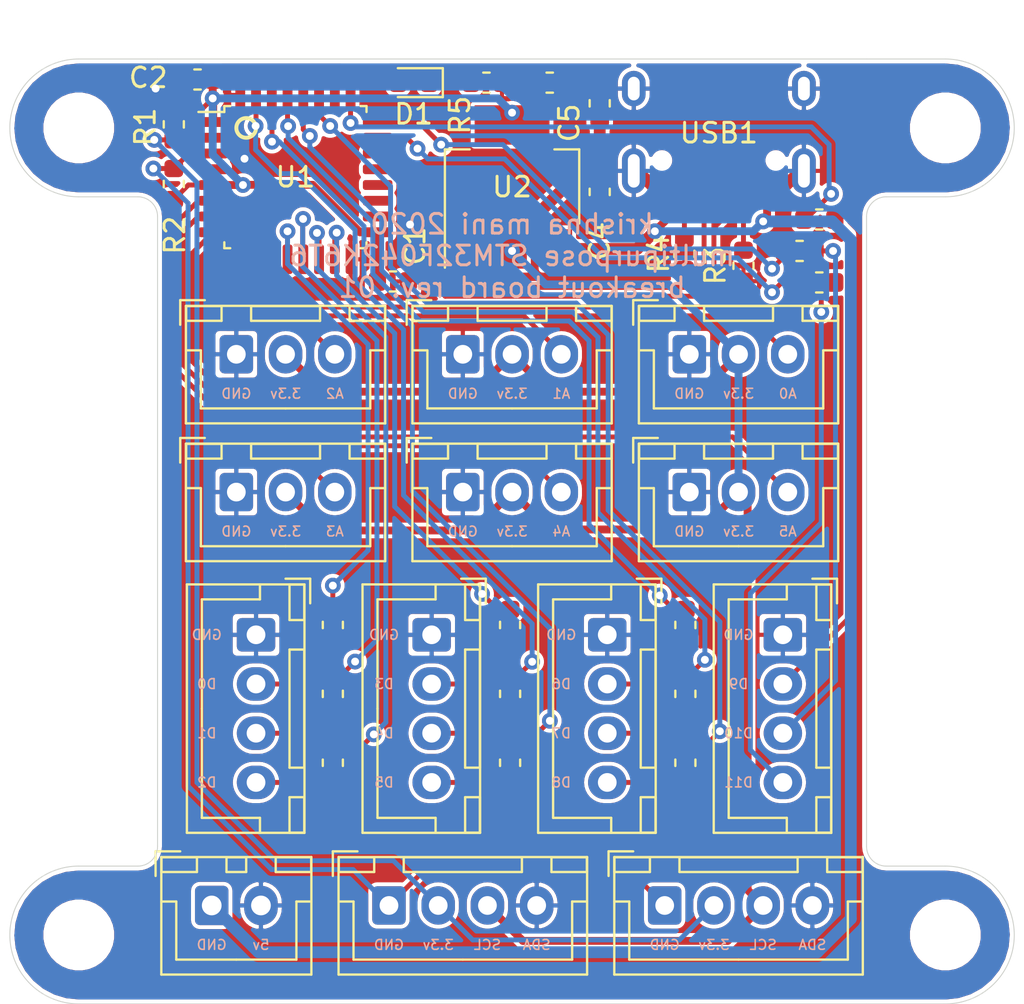
<source format=kicad_pcb>
(kicad_pcb (version 20171130) (host pcbnew 5.1.6)
  (layers (0 F.Cu signal) (31 B.Cu signal) (34 B.Paste user hide) (35 F.Paste user hide) (36 B.SilkS user) (37 F.SilkS user) (38 B.Mask user) (39 F.Mask user hide) (44 Edge.Cuts user))
  (net 0 "")
  (net 1 GND)
  (net 2 +3V3)
  (net 3 /SCL)
  (net 4 /SDA)
  (net 5 /A0)
  (net 6 /A1)
  (net 7 /D0)
  (net 8 /D1)
  (net 9 /D3)
  (net 10 /D4)
  (net 11 /A2)
  (net 12 /A3)
  (net 13 /D5)
  (net 14 /D6)
  (net 15 /D7)
  (net 16 /D2)
  (net 17 "Net-(R3-Pad2)")
  (net 18 "Net-(R4-Pad1)")
  (net 19 /D+)
  (net 20 /D-)
  (net 21 VBUS)
  (net 22 "Net-(D1-Pad2)")
  (net 23 "Net-(D1-Pad1)")
  (net 24 /A4)
  (net 25 /A5)
  (net 26 "Net-(J9-Pad4)")
  (net 27 "Net-(J9-Pad3)")
  (net 28 "Net-(J9-Pad2)")
  (net 29 "Net-(J10-Pad4)")
  (net 30 "Net-(J10-Pad3)")
  (net 31 "Net-(J10-Pad2)")
  (net 32 "Net-(J12-Pad3)")
  (net 33 "Net-(J12-Pad2)")
  (net 34 "Net-(J12-Pad4)")
  (net 35 "Net-(J8-Pad4)")
  (net 36 "Net-(J8-Pad3)")
  (net 37 "Net-(J8-Pad2)")
  (net 38 /D8)
  (net 39 /D9)
  (net 40 /D10)
  (net 41 /D11)
  (module MountingHole:MountingHole_3.2mm_M3 (layer F.Cu) (at 181 119.5)
    (fp_text reference H4 hide)
    (fp_text value MountingHole)
    (pad 1 np_thru_hole circle (at 0 0) (size 3.2 3.2) (drill 3.2) (layers *.Cu *.Mask))
  )
  (module MountingHole:MountingHole_3.2mm_M3 (layer F.Cu) (at 137 119.5)
    (fp_text reference H3 hide)
    (fp_text value MountingHole)
    (pad 1 np_thru_hole circle (at 0 0) (size 3.2 3.2) (drill 3.2) (layers *.Cu *.Mask))
  )
  (module MountingHole:MountingHole_3.2mm_M3 (layer F.Cu) (at 181 78.5)
    (fp_text reference H2 hide)
    (fp_text value MountingHole)
    (pad 1 np_thru_hole circle (at 0 0) (size 3.2 3.2) (drill 3.2) (layers *.Cu *.Mask))
  )
  (module MountingHole:MountingHole_3.2mm_M3 (layer F.Cu) (at 137 78.5)
    (fp_text reference H1 hide)
    (fp_text value MountingHole)
    (pad 1 np_thru_hole circle (at 0 0) (size 3.2 3.2) (drill 3.2) (layers *.Cu *.Mask))
  )
  (module Resistor_SMD:R_0603_1608Metric (layer F.Cu) (at 174.6 86.35)
    (fp_text reference R17 hide)
    (fp_text value 1k)
    (pad 2 smd roundrect (at 0.7875 0) (size 0.875 0.95) (layers F.Cu F.Paste F.Mask) (net 34 "Net-(J12-Pad4)"))
    (pad 1 smd roundrect (at -0.7875 0) (size 0.875 0.95) (layers F.Cu F.Paste F.Mask) (net 41 /D11))
  )
  (module Resistor_SMD:R_0603_1608Metric (layer F.Cu) (at 173.6 84.75)
    (fp_text reference R16 hide)
    (fp_text value 1k)
    (pad 2 smd roundrect (at 0.7875 0) (size 0.875 0.95) (layers F.Cu F.Paste F.Mask) (net 32 "Net-(J12-Pad3)"))
    (pad 1 smd roundrect (at -0.7875 0) (size 0.875 0.95) (layers F.Cu F.Paste F.Mask) (net 40 /D10))
  )
  (module Resistor_SMD:R_0603_1608Metric (layer F.Cu) (at 174.6 83.15)
    (fp_text reference R15 hide)
    (fp_text value 1k)
    (pad 2 smd roundrect (at 0.7875 0) (size 0.875 0.95) (layers F.Cu F.Paste F.Mask) (net 33 "Net-(J12-Pad2)"))
    (pad 1 smd roundrect (at -0.7875 0) (size 0.875 0.95) (layers F.Cu F.Paste F.Mask) (net 39 /D9))
  )
  (module Resistor_SMD:R_0603_1608Metric (layer F.Cu) (at 167.8 110.75 270)
    (fp_text reference R14 hide)
    (fp_text value 1k)
    (pad 2 smd roundrect (at 0.7875 0 270) (size 0.875 0.95) (layers F.Cu F.Paste F.Mask) (net 29 "Net-(J10-Pad4)"))
    (pad 1 smd roundrect (at -0.7875 0 270) (size 0.875 0.95) (layers F.Cu F.Paste F.Mask) (net 38 /D8))
  )
  (module Resistor_SMD:R_0603_1608Metric (layer F.Cu) (at 167.8 107.25 270)
    (fp_text reference R13 hide)
    (fp_text value 1k)
    (pad 2 smd roundrect (at 0.7875 0 270) (size 0.875 0.95) (layers F.Cu F.Paste F.Mask) (net 30 "Net-(J10-Pad3)"))
    (pad 1 smd roundrect (at -0.7875 0 270) (size 0.875 0.95) (layers F.Cu F.Paste F.Mask) (net 15 /D7))
  )
  (module Resistor_SMD:R_0603_1608Metric (layer F.Cu) (at 167.8 103.75 270)
    (fp_text reference R12 hide)
    (fp_text value 1k)
    (pad 2 smd roundrect (at 0.7875 0 270) (size 0.875 0.95) (layers F.Cu F.Paste F.Mask) (net 31 "Net-(J10-Pad2)"))
    (pad 1 smd roundrect (at -0.7875 0 270) (size 0.875 0.95) (layers F.Cu F.Paste F.Mask) (net 14 /D6))
  )
  (module Resistor_SMD:R_0603_1608Metric (layer F.Cu) (at 158.9 110.75 270)
    (fp_text reference R11 hide)
    (fp_text value 1k)
    (pad 2 smd roundrect (at 0.7875 0 270) (size 0.875 0.95) (layers F.Cu F.Paste F.Mask) (net 26 "Net-(J9-Pad4)"))
    (pad 1 smd roundrect (at -0.7875 0 270) (size 0.875 0.95) (layers F.Cu F.Paste F.Mask) (net 13 /D5))
  )
  (module Resistor_SMD:R_0603_1608Metric (layer F.Cu) (at 158.9 107.25 270)
    (fp_text reference R10 hide)
    (fp_text value 1k)
    (pad 2 smd roundrect (at 0.7875 0 270) (size 0.875 0.95) (layers F.Cu F.Paste F.Mask) (net 27 "Net-(J9-Pad3)"))
    (pad 1 smd roundrect (at -0.7875 0 270) (size 0.875 0.95) (layers F.Cu F.Paste F.Mask) (net 10 /D4))
  )
  (module Resistor_SMD:R_0603_1608Metric (layer F.Cu) (at 158.9 103.75 270)
    (fp_text reference R9 hide)
    (fp_text value 1k)
    (pad 2 smd roundrect (at 0.7875 0 270) (size 0.875 0.95) (layers F.Cu F.Paste F.Mask) (net 28 "Net-(J9-Pad2)"))
    (pad 1 smd roundrect (at -0.7875 0 270) (size 0.875 0.95) (layers F.Cu F.Paste F.Mask) (net 9 /D3))
  )
  (module Resistor_SMD:R_0603_1608Metric (layer F.Cu) (at 149.9 110.75 270)
    (fp_text reference R8 hide)
    (fp_text value 1k)
    (pad 2 smd roundrect (at 0.7875 0 270) (size 0.875 0.95) (layers F.Cu F.Paste F.Mask) (net 35 "Net-(J8-Pad4)"))
    (pad 1 smd roundrect (at -0.7875 0 270) (size 0.875 0.95) (layers F.Cu F.Paste F.Mask) (net 16 /D2))
  )
  (module Resistor_SMD:R_0603_1608Metric (layer F.Cu) (at 149.9 107.25 270)
    (fp_text reference R7 hide)
    (fp_text value 1k)
    (pad 2 smd roundrect (at 0.7875 0 270) (size 0.875 0.95) (layers F.Cu F.Paste F.Mask) (net 36 "Net-(J8-Pad3)"))
    (pad 1 smd roundrect (at -0.7875 0 270) (size 0.875 0.95) (layers F.Cu F.Paste F.Mask) (net 8 /D1))
  )
  (module Resistor_SMD:R_0603_1608Metric (layer F.Cu) (at 149.9 103.75 270)
    (fp_text reference R6 hide)
    (fp_text value 1k)
    (pad 2 smd roundrect (at 0.7875 0 270) (size 0.875 0.95) (layers F.Cu F.Paste F.Mask) (net 37 "Net-(J8-Pad2)"))
    (pad 1 smd roundrect (at -0.7875 0 270) (size 0.875 0.95) (layers F.Cu F.Paste F.Mask) (net 7 /D0))
  )
  (module Connector_JST:JST_XH_B4B-XH-A_1x04_P2.50mm_Vertical (layer F.Cu) (at 172.750001 104.25 270)
    (fp_text reference J12 hide)
    (fp_text value Conn_01x04_Female)
    (pad 4 thru_hole oval (at 7.5 0 270) (size 1.7 1.95) (drill 0.95) (layers *.Cu *.Mask) (net 34 "Net-(J12-Pad4)"))
    (pad 3 thru_hole oval (at 5 0 270) (size 1.7 1.95) (drill 0.95) (layers *.Cu *.Mask) (net 32 "Net-(J12-Pad3)"))
    (pad 2 thru_hole oval (at 2.5 0 270) (size 1.7 1.95) (drill 0.95) (layers *.Cu *.Mask) (net 33 "Net-(J12-Pad2)"))
    (pad 1 thru_hole roundrect (at 0 0 270) (size 1.7 1.95) (drill 0.95) (layers *.Cu *.Mask) (roundrect_rratio 0.147059) (net 1 GND))
  )
  (module Connector_JST:JST_XH_B4B-XH-A_1x04_P2.50mm_Vertical (layer F.Cu) (at 163.833334 104.25 270)
    (fp_text reference J10 hide)
    (fp_text value Conn_01x04_Female)
    (pad 4 thru_hole oval (at 7.5 0 270) (size 1.7 1.95) (drill 0.95) (layers *.Cu *.Mask) (net 29 "Net-(J10-Pad4)"))
    (pad 3 thru_hole oval (at 5 0 270) (size 1.7 1.95) (drill 0.95) (layers *.Cu *.Mask) (net 30 "Net-(J10-Pad3)"))
    (pad 2 thru_hole oval (at 2.5 0 270) (size 1.7 1.95) (drill 0.95) (layers *.Cu *.Mask) (net 31 "Net-(J10-Pad2)"))
    (pad 1 thru_hole roundrect (at 0 0 270) (size 1.7 1.95) (drill 0.95) (layers *.Cu *.Mask) (roundrect_rratio 0.147059) (net 1 GND))
  )
  (module Connector_JST:JST_XH_B4B-XH-A_1x04_P2.50mm_Vertical (layer F.Cu) (at 154.916667 104.25 270)
    (fp_text reference J9 hide)
    (fp_text value Conn_01x04_Female)
    (pad 4 thru_hole oval (at 7.5 0 270) (size 1.7 1.95) (drill 0.95) (layers *.Cu *.Mask) (net 26 "Net-(J9-Pad4)"))
    (pad 3 thru_hole oval (at 5 0 270) (size 1.7 1.95) (drill 0.95) (layers *.Cu *.Mask) (net 27 "Net-(J9-Pad3)"))
    (pad 2 thru_hole oval (at 2.5 0 270) (size 1.7 1.95) (drill 0.95) (layers *.Cu *.Mask) (net 28 "Net-(J9-Pad2)"))
    (pad 1 thru_hole roundrect (at 0 0 270) (size 1.7 1.95) (drill 0.95) (layers *.Cu *.Mask) (roundrect_rratio 0.147059) (net 1 GND))
  )
  (module Connector_JST:JST_XH_B4B-XH-A_1x04_P2.50mm_Vertical (layer F.Cu) (at 146 104.25 270)
    (fp_text reference J8 hide)
    (fp_text value Conn_01x04_Female)
    (pad 4 thru_hole oval (at 7.5 0 270) (size 1.7 1.95) (drill 0.95) (layers *.Cu *.Mask) (net 35 "Net-(J8-Pad4)"))
    (pad 3 thru_hole oval (at 5 0 270) (size 1.7 1.95) (drill 0.95) (layers *.Cu *.Mask) (net 36 "Net-(J8-Pad3)"))
    (pad 2 thru_hole oval (at 2.5 0 270) (size 1.7 1.95) (drill 0.95) (layers *.Cu *.Mask) (net 37 "Net-(J8-Pad2)"))
    (pad 1 thru_hole roundrect (at 0 0 270) (size 1.7 1.95) (drill 0.95) (layers *.Cu *.Mask) (roundrect_rratio 0.147059) (net 1 GND))
  )
  (module Resistor_SMD:R_0603_1608Metric (layer F.Cu) (at 157.7 76.2 180)
    (fp_text reference R5 (at 1.35 -1.65 90) (layer F.SilkS))
    (fp_text value 15)
    (pad 2 smd roundrect (at 0.7875 0 180) (size 0.875 0.95) (layers F.Cu F.Paste F.Mask) (net 23 "Net-(D1-Pad1)"))
    (pad 1 smd roundrect (at -0.7875 0 180) (size 0.875 0.95) (layers F.Cu F.Paste F.Mask) (net 1 GND))
  )
  (module LED_SMD:LED_0603_1608Metric (layer F.Cu) (at 154 76.2 180)
    (fp_text reference D1 (at 0 -1.6) (layer F.SilkS))
    (fp_text value LED)
    (pad 2 smd roundrect (at 0.7875 0 180) (size 0.875 0.95) (layers F.Cu F.Paste F.Mask) (net 22 "Net-(D1-Pad2)"))
    (pad 1 smd roundrect (at -0.7875 0 180) (size 0.875 0.95) (layers F.Cu F.Paste F.Mask) (net 23 "Net-(D1-Pad1)"))
  )
  (module Resistor_SMD:R_0603_1608Metric (layer F.Cu) (at 167.75 84.9 270)
    (fp_text reference R4 (at 0 1.3 90) (layer F.SilkS))
    (fp_text value 5.1k)
    (pad 2 smd roundrect (at 0.7875 0 270) (size 0.875 0.95) (layers F.Cu F.Paste F.Mask) (net 1 GND))
    (pad 1 smd roundrect (at -0.7875 0 270) (size 0.875 0.95) (layers F.Cu F.Paste F.Mask) (net 18 "Net-(R4-Pad1)"))
  )
  (module Resistor_SMD:R_0603_1608Metric (layer F.Cu) (at 170.75 85.5 90)
    (fp_text reference R3 (at 0 -1.43 90) (layer F.SilkS))
    (fp_text value 5.1k)
    (pad 2 smd roundrect (at 0.7875 0 90) (size 0.875 0.95) (layers F.Cu F.Paste F.Mask) (net 17 "Net-(R3-Pad2)"))
    (pad 1 smd roundrect (at -0.7875 0 90) (size 0.875 0.95) (layers F.Cu F.Paste F.Mask) (net 1 GND))
  )
  (module Resistor_SMD:R_0603_1608Metric (layer F.Cu) (at 141.825 81.35 90)
    (fp_text reference R2 (at -2.6 0.05 270) (layer F.SilkS))
    (fp_text value 4.7k)
    (pad 2 smd roundrect (at 0.7875 0 90) (size 0.875 0.95) (layers F.Cu F.Paste F.Mask) (net 4 /SDA))
    (pad 1 smd roundrect (at -0.7875 0 90) (size 0.875 0.95) (layers F.Cu F.Paste F.Mask) (net 2 +3V3))
  )
  (module Resistor_SMD:R_0603_1608Metric (layer F.Cu) (at 141.825 78.32 90)
    (fp_text reference R1 (at -0.13 -1.45 90) (layer F.SilkS))
    (fp_text value 4.7k)
    (pad 2 smd roundrect (at 0.7875 0 90) (size 0.875 0.95) (layers F.Cu F.Paste F.Mask) (net 2 +3V3))
    (pad 1 smd roundrect (at -0.7875 0 90) (size 0.875 0.95) (layers F.Cu F.Paste F.Mask) (net 3 /SCL))
  )
  (module Capacitor_SMD:C_0603_1608Metric (layer F.Cu) (at 163.45 77.25 90)
    (fp_text reference C5 (at -1 -1.55 90) (layer F.SilkS))
    (fp_text value 4.7uF)
    (pad 2 smd roundrect (at 0.7875 0 90) (size 0.875 0.95) (layers F.Cu F.Paste F.Mask) (net 1 GND))
    (pad 1 smd roundrect (at -0.7875 0 90) (size 0.875 0.95) (layers F.Cu F.Paste F.Mask) (net 2 +3V3))
  )
  (module Capacitor_SMD:C_0603_1608Metric (layer F.Cu) (at 163.45 81.75 270)
    (fp_text reference C4 (at 2.5 0 270) (layer F.SilkS))
    (fp_text value 4.7uF)
    (pad 2 smd roundrect (at 0.7875 0 270) (size 0.875 0.95) (layers F.Cu F.Paste F.Mask) (net 1 GND))
    (pad 1 smd roundrect (at -0.7875 0 270) (size 0.875 0.95) (layers F.Cu F.Paste F.Mask) (net 2 +3V3))
  )
  (module Capacitor_SMD:C_0603_1608Metric (layer F.Cu) (at 160.9125 76.2 180)
    (fp_text reference C3 hide)
    (fp_text value 0.1uF)
    (pad 2 smd roundrect (at 0.7875 0 180) (size 0.875 0.95) (layers F.Cu F.Paste F.Mask) (net 1 GND))
    (pad 1 smd roundrect (at -0.7875 0 180) (size 0.875 0.95) (layers F.Cu F.Paste F.Mask) (net 2 +3V3))
  )
  (module Capacitor_SMD:C_0603_1608Metric (layer F.Cu) (at 143.03 76.04 180)
    (fp_text reference C2 (at 2.505 0.09 180) (layer F.SilkS))
    (fp_text value 0.1uF)
    (pad 2 smd roundrect (at 0.7875 0 180) (size 0.875 0.95) (layers F.Cu F.Paste F.Mask) (net 1 GND))
    (pad 1 smd roundrect (at -0.7875 0 180) (size 0.875 0.95) (layers F.Cu F.Paste F.Mask) (net 2 +3V3))
  )
  (module Capacitor_SMD:C_0603_1608Metric (layer F.Cu) (at 152.95 86.3)
    (fp_text reference C1 (at 1.125 -1.8 90) (layer F.SilkS))
    (fp_text value 0.1uF)
    (pad 2 smd roundrect (at 0.7875 0) (size 0.875 0.95) (layers F.Cu F.Paste F.Mask) (net 1 GND))
    (pad 1 smd roundrect (at -0.7875 0) (size 0.875 0.95) (layers F.Cu F.Paste F.Mask) (net 2 +3V3))
  )
  (module Connector_JST:JST_XH_B2B-XH-A_1x02_P2.50mm_Vertical (layer F.Cu) (at 143.75 118)
    (fp_text reference J15 hide)
    (fp_text value Conn_01x02_Female)
    (pad 2 thru_hole oval (at 2.5 0) (size 1.7 2) (drill 1) (layers *.Cu *.Mask) (net 1 GND))
    (pad 1 thru_hole roundrect (at 0 0) (size 1.7 2) (drill 1) (layers *.Cu *.Mask) (roundrect_rratio 0.147059) (net 21 VBUS))
  )
  (module mainboard:HRO-TYPE-C-31-M-12 (layer F.Cu) (at 169.5 74 180)
    (fp_text reference USB1 (at 0 -4.762512 180) (layer F.SilkS))
    (fp_text value 12401598E4#2A)
    (pad S2 thru_hole oval (at 4.32 -2.502 180) (size 1.2 1.8) (drill oval 0.6 1.2) (layers *.Cu *.Mask) (net 1 GND))
    (pad S3 thru_hole oval (at -4.32 -2.502 180) (size 1.2 1.8) (drill oval 0.6 1.2) (layers *.Cu *.Mask) (net 1 GND))
    (pad S1 thru_hole oval (at 4.32 -6.682 180) (size 1.2 2.3) (drill oval 0.6 1.7) (layers *.Cu *.Mask) (net 1 GND))
    (pad S4 thru_hole oval (at -4.32 -6.682 180) (size 1.2 2.3) (drill oval 0.6 1.7) (layers *.Cu *.Mask) (net 1 GND))
    (pad "" np_thru_hole circle (at -2.89 -6.152 180) (size 0.65 0.65) (drill 0.65) (layers *.Cu *.Mask))
    (pad "" np_thru_hole circle (at 2.89 -6.152 180) (size 0.65 0.65) (drill 0.65) (layers *.Cu *.Mask))
    (pad A6 smd rect (at -0.25 -7.597 180) (size 0.3 1.45) (layers F.Cu F.Paste F.Mask) (net 19 /D+))
    (pad A7 smd rect (at 0.25 -7.597 180) (size 0.3 1.45) (layers F.Cu F.Paste F.Mask) (net 20 /D-))
    (pad B6 smd rect (at 0.75 -7.597 180) (size 0.3 1.45) (layers F.Cu F.Paste F.Mask) (net 19 /D+))
    (pad B7 smd rect (at -0.75 -7.597 180) (size 0.3 1.45) (layers F.Cu F.Paste F.Mask) (net 20 /D-))
    (pad A8 smd rect (at 1.25 -7.597 180) (size 0.3 1.45) (layers F.Cu F.Paste F.Mask))
    (pad A5 smd rect (at -1.25 -7.597 180) (size 0.3 1.45) (layers F.Cu F.Paste F.Mask) (net 17 "Net-(R3-Pad2)"))
    (pad B5 smd rect (at 1.75 -7.597 180) (size 0.3 1.45) (layers F.Cu F.Paste F.Mask) (net 18 "Net-(R4-Pad1)"))
    (pad B8 smd rect (at -1.75 -7.597 180) (size 0.3 1.45) (layers F.Cu F.Paste F.Mask))
    (pad A4 smd rect (at -2.45 -7.597 180) (size 0.6 1.45) (layers F.Cu F.Paste F.Mask) (net 21 VBUS))
    (pad B4 smd rect (at 2.45 -7.597 180) (size 0.6 1.45) (layers F.Cu F.Paste F.Mask) (net 21 VBUS))
    (pad A1 smd rect (at -3.225 -7.597 180) (size 0.6 1.45) (layers F.Cu F.Paste F.Mask) (net 1 GND))
    (pad B1 smd rect (at 3.225 -7.597 180) (size 0.6 1.45) (layers F.Cu F.Paste F.Mask) (net 1 GND))
  )
  (module Package_TO_SOT_SMD:SOT-223-3_TabPin2 (layer F.Cu) (at 159 81.5 90)
    (fp_text reference U2 (at 0 0 180) (layer F.SilkS))
    (fp_text value LD1117S33TR_SOT223)
    (pad 1 smd rect (at -3.15 -2.3 90) (size 2 1.5) (layers F.Cu F.Paste F.Mask) (net 1 GND))
    (pad 3 smd rect (at -3.15 2.3 90) (size 2 1.5) (layers F.Cu F.Paste F.Mask) (net 21 VBUS))
    (pad 2 smd rect (at -3.15 0 90) (size 2 1.5) (layers F.Cu F.Paste F.Mask) (net 2 +3V3))
    (pad 2 smd rect (at 3.15 0 90) (size 2 3.8) (layers F.Cu F.Paste F.Mask) (net 2 +3V3))
  )
  (module Package_QFP:LQFP-32_7x7mm_P0.8mm (layer F.Cu) (at 148 81)
    (fp_text reference U1 (at 0 0) (layer F.SilkS))
    (fp_text value STM32F042K6Tx)
    (pad 32 smd roundrect (at -2.8 -4.175) (size 0.5 1.5) (layers F.Cu F.Paste F.Mask) (net 1 GND))
    (pad 31 smd roundrect (at -2 -4.175) (size 0.5 1.5) (layers F.Cu F.Paste F.Mask) (net 10 /D4))
    (pad 30 smd roundrect (at -1.2 -4.175) (size 0.5 1.5) (layers F.Cu F.Paste F.Mask) (net 13 /D5))
    (pad 29 smd roundrect (at -0.4 -4.175) (size 0.5 1.5) (layers F.Cu F.Paste F.Mask) (net 14 /D6))
    (pad 28 smd roundrect (at 0.4 -4.175) (size 0.5 1.5) (layers F.Cu F.Paste F.Mask) (net 15 /D7))
    (pad 27 smd roundrect (at 1.2 -4.175) (size 0.5 1.5) (layers F.Cu F.Paste F.Mask) (net 38 /D8))
    (pad 26 smd roundrect (at 2 -4.175) (size 0.5 1.5) (layers F.Cu F.Paste F.Mask) (net 22 "Net-(D1-Pad2)"))
    (pad 25 smd roundrect (at 2.8 -4.175) (size 0.5 1.5) (layers F.Cu F.Paste F.Mask) (net 39 /D9))
    (pad 24 smd roundrect (at 4.175 -2.8) (size 1.5 0.5) (layers F.Cu F.Paste F.Mask) (net 40 /D10))
    (pad 23 smd roundrect (at 4.175 -2) (size 1.5 0.5) (layers F.Cu F.Paste F.Mask) (net 41 /D11))
    (pad 22 smd roundrect (at 4.175 -1.2) (size 1.5 0.5) (layers F.Cu F.Paste F.Mask) (net 19 /D+))
    (pad 21 smd roundrect (at 4.175 -0.4) (size 1.5 0.5) (layers F.Cu F.Paste F.Mask) (net 20 /D-))
    (pad 20 smd roundrect (at 4.175 0.4) (size 1.5 0.5) (layers F.Cu F.Paste F.Mask))
    (pad 19 smd roundrect (at 4.175 1.2) (size 1.5 0.5) (layers F.Cu F.Paste F.Mask))
    (pad 18 smd roundrect (at 4.175 2) (size 1.5 0.5) (layers F.Cu F.Paste F.Mask))
    (pad 17 smd roundrect (at 4.175 2.8) (size 1.5 0.5) (layers F.Cu F.Paste F.Mask) (net 2 +3V3))
    (pad 16 smd roundrect (at 2.8 4.175) (size 0.5 1.5) (layers F.Cu F.Paste F.Mask) (net 1 GND))
    (pad 15 smd roundrect (at 2 4.175) (size 0.5 1.5) (layers F.Cu F.Paste F.Mask) (net 9 /D3))
    (pad 14 smd roundrect (at 1.2 4.175) (size 0.5 1.5) (layers F.Cu F.Paste F.Mask) (net 16 /D2))
    (pad 13 smd roundrect (at 0.4 4.175) (size 0.5 1.5) (layers F.Cu F.Paste F.Mask) (net 8 /D1))
    (pad 12 smd roundrect (at -0.4 4.175) (size 0.5 1.5) (layers F.Cu F.Paste F.Mask) (net 7 /D0))
    (pad 11 smd roundrect (at -1.2 4.175) (size 0.5 1.5) (layers F.Cu F.Paste F.Mask) (net 5 /A0))
    (pad 10 smd roundrect (at -2 4.175) (size 0.5 1.5) (layers F.Cu F.Paste F.Mask) (net 6 /A1))
    (pad 9 smd roundrect (at -2.8 4.175) (size 0.5 1.5) (layers F.Cu F.Paste F.Mask) (net 11 /A2))
    (pad 8 smd roundrect (at -4.175 2.8) (size 1.5 0.5) (layers F.Cu F.Paste F.Mask) (net 25 /A5))
    (pad 7 smd roundrect (at -4.175 2) (size 1.5 0.5) (layers F.Cu F.Paste F.Mask) (net 24 /A4))
    (pad 6 smd roundrect (at -4.175 1.2) (size 1.5 0.5) (layers F.Cu F.Paste F.Mask) (net 12 /A3))
    (pad 5 smd roundrect (at -4.175 0.4) (size 1.5 0.5) (layers F.Cu F.Paste F.Mask) (net 2 +3V3))
    (pad 4 smd roundrect (at -4.175 -0.4) (size 1.5 0.5) (layers F.Cu F.Paste F.Mask))
    (pad 3 smd roundrect (at -4.175 -1.2) (size 1.5 0.5) (layers F.Cu F.Paste F.Mask) (net 4 /SDA))
    (pad 2 smd roundrect (at -4.175 -2) (size 1.5 0.5) (layers F.Cu F.Paste F.Mask) (net 3 /SCL))
    (pad 1 smd roundrect (at -4.175 -2.8) (size 1.5 0.5) (layers F.Cu F.Paste F.Mask) (net 2 +3V3))
  )
  (module Connector_JST:JST_XH_B3B-XH-A_1x03_P2.50mm_Vertical (layer F.Cu) (at 168 97)
    (fp_text reference J11 hide)
    (fp_text value Conn_01x03_Female)
    (pad 3 thru_hole oval (at 5 0) (size 1.7 1.95) (drill 0.95) (layers *.Cu *.Mask) (net 25 /A5))
    (pad 2 thru_hole oval (at 2.5 0) (size 1.7 1.95) (drill 0.95) (layers *.Cu *.Mask) (net 2 +3V3))
    (pad 1 thru_hole roundrect (at 0 0) (size 1.7 1.95) (drill 0.95) (layers *.Cu *.Mask) (roundrect_rratio 0.147059) (net 1 GND))
  )
  (module Connector_JST:JST_XH_B3B-XH-A_1x03_P2.50mm_Vertical (layer F.Cu) (at 156.5 97)
    (fp_text reference J7 hide)
    (fp_text value Conn_01x03_Female)
    (pad 3 thru_hole oval (at 5 0) (size 1.7 1.95) (drill 0.95) (layers *.Cu *.Mask) (net 24 /A4))
    (pad 2 thru_hole oval (at 2.5 0) (size 1.7 1.95) (drill 0.95) (layers *.Cu *.Mask) (net 2 +3V3))
    (pad 1 thru_hole roundrect (at 0 0) (size 1.7 1.95) (drill 0.95) (layers *.Cu *.Mask) (roundrect_rratio 0.147059) (net 1 GND))
  )
  (module Connector_JST:JST_XH_B3B-XH-A_1x03_P2.50mm_Vertical (layer F.Cu) (at 145 97)
    (fp_text reference J6 hide)
    (fp_text value Conn_01x03_Female)
    (pad 3 thru_hole oval (at 5 0) (size 1.7 1.95) (drill 0.95) (layers *.Cu *.Mask) (net 12 /A3))
    (pad 2 thru_hole oval (at 2.5 0) (size 1.7 1.95) (drill 0.95) (layers *.Cu *.Mask) (net 2 +3V3))
    (pad 1 thru_hole roundrect (at 0 0) (size 1.7 1.95) (drill 0.95) (layers *.Cu *.Mask) (roundrect_rratio 0.147059) (net 1 GND))
  )
  (module Connector_JST:JST_XH_B3B-XH-A_1x03_P2.50mm_Vertical (layer F.Cu) (at 145 90)
    (fp_text reference J5 hide)
    (fp_text value Conn_01x03_Female)
    (pad 3 thru_hole oval (at 5 0) (size 1.7 1.95) (drill 0.95) (layers *.Cu *.Mask) (net 11 /A2))
    (pad 2 thru_hole oval (at 2.5 0) (size 1.7 1.95) (drill 0.95) (layers *.Cu *.Mask) (net 2 +3V3))
    (pad 1 thru_hole roundrect (at 0 0) (size 1.7 1.95) (drill 0.95) (layers *.Cu *.Mask) (roundrect_rratio 0.147059) (net 1 GND))
  )
  (module Connector_JST:JST_XH_B3B-XH-A_1x03_P2.50mm_Vertical (layer F.Cu) (at 156.5 90)
    (fp_text reference J4 hide)
    (fp_text value Conn_01x03_Female)
    (pad 3 thru_hole oval (at 5 0) (size 1.7 1.95) (drill 0.95) (layers *.Cu *.Mask) (net 6 /A1))
    (pad 2 thru_hole oval (at 2.5 0) (size 1.7 1.95) (drill 0.95) (layers *.Cu *.Mask) (net 2 +3V3))
    (pad 1 thru_hole roundrect (at 0 0) (size 1.7 1.95) (drill 0.95) (layers *.Cu *.Mask) (roundrect_rratio 0.147059) (net 1 GND))
  )
  (module Connector_JST:JST_XH_B3B-XH-A_1x03_P2.50mm_Vertical (layer F.Cu) (at 168 90)
    (fp_text reference J3 hide)
    (fp_text value Conn_01x03_Female)
    (pad 3 thru_hole oval (at 5 0) (size 1.7 1.95) (drill 0.95) (layers *.Cu *.Mask) (net 5 /A0))
    (pad 2 thru_hole oval (at 2.5 0) (size 1.7 1.95) (drill 0.95) (layers *.Cu *.Mask) (net 2 +3V3))
    (pad 1 thru_hole roundrect (at 0 0) (size 1.7 1.95) (drill 0.95) (layers *.Cu *.Mask) (roundrect_rratio 0.147059) (net 1 GND))
  )
  (module Connector_JST:JST_XH_B4B-XH-A_1x04_P2.50mm_Vertical (layer F.Cu) (at 166.75 118)
    (fp_text reference J2 hide)
    (fp_text value Conn_01x04_Female)
    (pad 4 thru_hole oval (at 7.5 0) (size 1.7 1.95) (drill 0.95) (layers *.Cu *.Mask) (net 1 GND))
    (pad 3 thru_hole oval (at 5 0) (size 1.7 1.95) (drill 0.95) (layers *.Cu *.Mask) (net 2 +3V3))
    (pad 2 thru_hole oval (at 2.5 0) (size 1.7 1.95) (drill 0.95) (layers *.Cu *.Mask) (net 3 /SCL))
    (pad 1 thru_hole roundrect (at 0 0) (size 1.7 1.95) (drill 0.95) (layers *.Cu *.Mask) (roundrect_rratio 0.147059) (net 4 /SDA))
  )
  (module Connector_JST:JST_XH_B4B-XH-A_1x04_P2.50mm_Vertical (layer F.Cu) (at 152.75 118)
    (fp_text reference J1 hide)
    (fp_text value Conn_01x04_Female)
    (pad 4 thru_hole oval (at 7.5 0) (size 1.7 1.95) (drill 0.95) (layers *.Cu *.Mask) (net 1 GND))
    (pad 3 thru_hole oval (at 5 0) (size 1.7 1.95) (drill 0.95) (layers *.Cu *.Mask) (net 2 +3V3))
    (pad 2 thru_hole oval (at 2.5 0) (size 1.7 1.95) (drill 0.95) (layers *.Cu *.Mask) (net 3 /SCL))
    (pad 1 thru_hole roundrect (at 0 0) (size 1.7 1.95) (drill 0.95) (layers *.Cu *.Mask) (roundrect_rratio 0.147059) (net 4 /SDA))
  )
  (gr_text GND (at 170.5 104.25) (layer B.SilkS) (effects (font (size 0.5 0.5) (thickness 0.08)) (justify mirror)))
  (gr_text "D10\n" (at 170.5 109.25) (layer B.SilkS) (effects (font (size 0.5 0.5) (thickness 0.08)) (justify mirror)))
  (gr_text D9 (at 170.5 106.75) (layer B.SilkS) (effects (font (size 0.5 0.5) (thickness 0.08)) (justify mirror)))
  (gr_text D11 (at 170.5 111.75) (layer B.SilkS) (effects (font (size 0.5 0.5) (thickness 0.08)) (justify mirror)))
  (gr_text GND (at 161.5 104.25) (layer B.SilkS) (effects (font (size 0.5 0.5) (thickness 0.08)) (justify mirror)))
  (gr_text D7 (at 161.5 109.25) (layer B.SilkS) (effects (font (size 0.5 0.5) (thickness 0.08)) (justify mirror)))
  (gr_text D6 (at 161.5 106.75) (layer B.SilkS) (effects (font (size 0.5 0.5) (thickness 0.08)) (justify mirror)))
  (gr_text D8 (at 161.5 111.75) (layer B.SilkS) (effects (font (size 0.5 0.5) (thickness 0.08)) (justify mirror)))
  (gr_text GND (at 152.5 104.25) (layer B.SilkS) (effects (font (size 0.5 0.5) (thickness 0.08)) (justify mirror)))
  (gr_text D4 (at 152.5 109.25) (layer B.SilkS) (effects (font (size 0.5 0.5) (thickness 0.08)) (justify mirror)))
  (gr_text D3 (at 152.5 106.75) (layer B.SilkS) (effects (font (size 0.5 0.5) (thickness 0.08)) (justify mirror)))
  (gr_text D5 (at 152.5 111.75) (layer B.SilkS) (effects (font (size 0.5 0.5) (thickness 0.08)) (justify mirror)))
  (gr_text D0 (at 143.5 106.75) (layer B.SilkS) (effects (font (size 0.5 0.5) (thickness 0.08)) (justify mirror)))
  (gr_text GND (at 143.5 104.25) (layer B.SilkS) (effects (font (size 0.5 0.5) (thickness 0.08)) (justify mirror)))
  (gr_text D1 (at 143.5 109.25) (layer B.SilkS) (effects (font (size 0.5 0.5) (thickness 0.08)) (justify mirror)))
  (gr_text D2 (at 143.5 111.75) (layer B.SilkS) (effects (font (size 0.5 0.5) (thickness 0.08)) (justify mirror)))
  (gr_text A5 (at 173 99) (layer B.SilkS) (effects (font (size 0.5 0.5) (thickness 0.08)) (justify mirror)))
  (gr_text "A0\n" (at 173 92) (layer B.SilkS) (effects (font (size 0.5 0.5) (thickness 0.08)) (justify mirror)))
  (gr_text "A4\n" (at 161.5 99) (layer B.SilkS) (effects (font (size 0.5 0.5) (thickness 0.08)) (justify mirror)))
  (gr_text A1 (at 161.5 92) (layer B.SilkS) (effects (font (size 0.5 0.5) (thickness 0.08)) (justify mirror)))
  (gr_text A3 (at 150 99) (layer B.SilkS) (effects (font (size 0.5 0.5) (thickness 0.08)) (justify mirror)))
  (gr_text A2 (at 150 92) (layer B.SilkS) (effects (font (size 0.5 0.5) (thickness 0.08)) (justify mirror)))
  (gr_text 5v (at 146.25 120) (layer B.SilkS) (effects (font (size 0.5 0.5) (thickness 0.08)) (justify mirror)))
  (gr_text GND (at 143.75 120) (layer B.SilkS) (effects (font (size 0.5 0.5) (thickness 0.08)) (justify mirror)))
  (gr_text GND (at 168 99) (layer B.SilkS) (effects (font (size 0.5 0.5) (thickness 0.08)) (justify mirror)))
  (gr_text 3.3v (at 170.5 99) (layer B.SilkS) (effects (font (size 0.5 0.5) (thickness 0.08)) (justify mirror)))
  (gr_text GND (at 168 92) (layer B.SilkS) (effects (font (size 0.5 0.5) (thickness 0.08)) (justify mirror)))
  (gr_text 3.3v (at 170.5 92) (layer B.SilkS) (effects (font (size 0.5 0.5) (thickness 0.08)) (justify mirror)))
  (gr_text GND (at 156.5 99) (layer B.SilkS) (effects (font (size 0.5 0.5) (thickness 0.08)) (justify mirror)))
  (gr_text 3.3v (at 159 99) (layer B.SilkS) (effects (font (size 0.5 0.5) (thickness 0.08)) (justify mirror)))
  (gr_text GND (at 156.5 92) (layer B.SilkS) (effects (font (size 0.5 0.5) (thickness 0.08)) (justify mirror)))
  (gr_text 3.3v (at 159 92) (layer B.SilkS) (effects (font (size 0.5 0.5) (thickness 0.08)) (justify mirror)))
  (gr_text GND (at 145 99) (layer B.SilkS) (effects (font (size 0.5 0.5) (thickness 0.08)) (justify mirror)))
  (gr_text 3.3v (at 147.5 99) (layer B.SilkS) (effects (font (size 0.5 0.5) (thickness 0.08)) (justify mirror)))
  (gr_text "3.3v\n" (at 169.25 120) (layer B.SilkS) (effects (font (size 0.5 0.5) (thickness 0.08)) (justify mirror)))
  (gr_text SDA (at 174.25 120) (layer B.SilkS) (effects (font (size 0.5 0.5) (thickness 0.08)) (justify mirror)))
  (gr_text GND (at 166.75 120) (layer B.SilkS) (effects (font (size 0.5 0.5) (thickness 0.08)) (justify mirror)))
  (gr_text SCL (at 171.75 120) (layer B.SilkS) (effects (font (size 0.5 0.5) (thickness 0.08)) (justify mirror)))
  (gr_text GND (at 152.75 120) (layer B.SilkS) (effects (font (size 0.5 0.5) (thickness 0.08)) (justify mirror)))
  (gr_text "3.3v\n" (at 155.25 120) (layer B.SilkS) (effects (font (size 0.5 0.5) (thickness 0.08)) (justify mirror)))
  (gr_text SCL (at 157.75 120) (layer B.SilkS) (effects (font (size 0.5 0.5) (thickness 0.08)) (justify mirror)))
  (gr_text SDA (at 160.25 120) (layer B.SilkS) (effects (font (size 0.5 0.5) (thickness 0.08)) (justify mirror)))
  (gr_text GND (at 145 92) (layer B.SilkS) (effects (font (size 0.5 0.5) (thickness 0.08)) (justify mirror)))
  (gr_text 3.3v (at 147.5 92) (layer B.SilkS) (effects (font (size 0.5 0.5) (thickness 0.08)) (justify mirror)))
  (gr_text "krishna mani 2020\nmultipurpose STM32F042K6T6\nbreakout board rev. 01" (at 159 85) (layer B.SilkS) (effects (font (size 1 1)) (justify mirror)))
  (gr_arc (start 140 115) (end 140 116) (angle -90) (layer Edge.Cuts) (width 0.05))
  (gr_arc (start 178 115) (end 177 115) (angle -90) (layer Edge.Cuts) (width 0.05))
  (gr_line (start 177 123) (end 141 123) (layer Edge.Cuts) (width 0.05))
  (gr_arc (start 137 119.5) (end 137 116) (angle -180) (layer Edge.Cuts) (width 0.05))
  (gr_line (start 137 123) (end 141 123) (layer Edge.Cuts) (width 0.05))
  (gr_line (start 137 116) (end 140 116) (layer Edge.Cuts) (width 0.05))
  (gr_arc (start 181 119.5) (end 181 123) (angle -180) (layer Edge.Cuts) (width 0.05))
  (gr_line (start 177 123) (end 181 123) (layer Edge.Cuts) (width 0.05))
  (gr_line (start 178 116) (end 181 116) (layer Edge.Cuts) (width 0.05))
  (gr_arc (start 178 83) (end 178 82) (angle -90) (layer Edge.Cuts) (width 0.05))
  (gr_arc (start 181 78.5) (end 181 82) (angle -180) (layer Edge.Cuts) (width 0.05))
  (gr_line (start 178 82) (end 181 82) (layer Edge.Cuts) (width 0.05))
  (gr_line (start 177 75) (end 181 75) (layer Edge.Cuts) (width 0.05))
  (gr_arc (start 140 83) (end 141 83) (angle -90) (layer Edge.Cuts) (width 0.05))
  (gr_arc (start 137 78.5) (end 137 75) (angle -180) (layer Edge.Cuts) (width 0.05))
  (gr_line (start 137 82) (end 140 82) (layer Edge.Cuts) (width 0.05))
  (gr_line (start 141 75) (end 137 75) (layer Edge.Cuts) (width 0.05))
  (gr_circle (center 145.5 78.5) (end 146 78.5) (layer F.SilkS) (width 0.2))
  (gr_line (start 141 83) (end 141 115) (layer Edge.Cuts) (width 0.05))
  (gr_line (start 177 75) (end 141 75) (layer Edge.Cuts) (width 0.05))
  (gr_line (start 177 115) (end 177 83) (layer Edge.Cuts) (width 0.05))
  (segment (start 172.725 81.597) (end 172.725 83.025) (width 0.4) (layer F.Cu) (net 1))
  (segment (start 166.249999 81.571999) (end 166.249999 81.597) (width 0.6) (layer F.Cu) (net 1))
  (segment (start 165.36 80.682) (end 166.249999 81.571999) (width 0.6) (layer F.Cu) (net 1))
  (segment (start 165.18 80.682) (end 165.36 80.682) (width 0.6) (layer F.Cu) (net 1))
  (segment (start 172.750001 81.571999) (end 172.750001 81.597) (width 0.6) (layer F.Cu) (net 1))
  (segment (start 173.64 80.682) (end 172.750001 81.571999) (width 0.6) (layer F.Cu) (net 1))
  (segment (start 173.82 80.682) (end 173.64 80.682) (width 0.6) (layer F.Cu) (net 1))
  (via (at 153.82 83.41) (size 0.8) (drill 0.4) (layers F.Cu B.Cu) (net 1))
  (segment (start 145.2 79.849366) (end 145.415216 80.064582) (width 0.25) (layer F.Cu) (net 1))
  (via (at 145.415216 80.064582) (size 0.8) (drill 0.4) (layers F.Cu B.Cu) (net 1))
  (segment (start 145.2 76.825) (end 145.2 79.849366) (width 0.25) (layer F.Cu) (net 1))
  (via (at 140.9 76.5) (size 0.8) (drill 0.4) (layers F.Cu B.Cu) (net 1))
  (segment (start 141.36 76.04) (end 140.9 76.5) (width 0.25) (layer F.Cu) (net 1))
  (segment (start 142.2425 76.04) (end 141.36 76.04) (width 0.25) (layer F.Cu) (net 1))
  (segment (start 161.7 76.2875) (end 163.45 78.0375) (width 0.6) (layer F.Cu) (net 2))
  (segment (start 161.7 76.2) (end 161.7 76.2875) (width 0.6) (layer F.Cu) (net 2))
  (segment (start 163.45 78.0375) (end 163.45 80.9625) (width 0.6) (layer F.Cu) (net 2))
  (segment (start 159 84.75) (end 159 85.315685) (width 0.6) (layer F.Cu) (net 2))
  (via (at 159 84.75) (size 0.8) (drill 0.4) (layers F.Cu B.Cu) (net 2))
  (segment (start 168.6 91.9) (end 170.5 90) (width 0.4) (layer F.Cu) (net 2))
  (segment (start 160.9 91.9) (end 168.6 91.9) (width 0.4) (layer F.Cu) (net 2))
  (segment (start 159 90) (end 160.9 91.9) (width 0.4) (layer F.Cu) (net 2))
  (segment (start 149.4 91.9) (end 147.5 90) (width 0.4) (layer F.Cu) (net 2))
  (segment (start 157.1 91.9) (end 149.4 91.9) (width 0.4) (layer F.Cu) (net 2))
  (segment (start 159 90) (end 157.1 91.9) (width 0.4) (layer F.Cu) (net 2))
  (segment (start 169.95 119.8) (end 171.75 118) (width 0.4) (layer F.Cu) (net 2))
  (segment (start 159.55 119.8) (end 169.95 119.8) (width 0.4) (layer F.Cu) (net 2))
  (segment (start 157.75 118) (end 159.55 119.8) (width 0.4) (layer F.Cu) (net 2))
  (segment (start 157.05 98.95) (end 159 97) (width 0.4) (layer F.Cu) (net 2))
  (segment (start 149.45 98.95) (end 157.05 98.95) (width 0.4) (layer F.Cu) (net 2))
  (segment (start 147.5 97) (end 149.45 98.95) (width 0.4) (layer F.Cu) (net 2))
  (segment (start 168.6 98.9) (end 170.5 97) (width 0.4) (layer F.Cu) (net 2))
  (segment (start 160.9 98.9) (end 168.6 98.9) (width 0.4) (layer F.Cu) (net 2))
  (segment (start 159 97) (end 160.9 98.9) (width 0.4) (layer F.Cu) (net 2))
  (via (at 145.336478 81.40001) (size 0.8) (drill 0.4) (layers F.Cu B.Cu) (net 2))
  (segment (start 143.825 81.4) (end 145.336468 81.4) (width 0.4) (layer F.Cu) (net 2))
  (segment (start 145.336468 81.4) (end 145.336478 81.40001) (width 0.4) (layer F.Cu) (net 2))
  (segment (start 152.175 83.8) (end 152.175 84.774988) (width 0.4) (layer F.Cu) (net 2))
  (segment (start 152.1625 86.3) (end 152.1625 84.787488) (width 0.4) (layer F.Cu) (net 2))
  (segment (start 152.1625 84.787488) (end 152.175 84.774988) (width 0.4) (layer F.Cu) (net 2))
  (segment (start 170.5 97) (end 170.5 90) (width 0.4) (layer B.Cu) (net 2))
  (segment (start 148.87 81.39) (end 151.28 83.8) (width 0.4) (layer F.Cu) (net 2))
  (segment (start 151.28 83.8) (end 152.175 83.8) (width 0.4) (layer F.Cu) (net 2))
  (segment (start 145.346488 81.39) (end 148.87 81.39) (width 0.4) (layer F.Cu) (net 2))
  (segment (start 145.336478 81.40001) (end 145.346488 81.39) (width 0.4) (layer F.Cu) (net 2))
  (segment (start 170.96 117.21) (end 171.75 118) (width 0.4) (layer F.Cu) (net 2))
  (segment (start 170.96 97.46) (end 170.96 117.21) (width 0.4) (layer F.Cu) (net 2))
  (segment (start 170.5 97) (end 170.96 97.46) (width 0.4) (layer F.Cu) (net 2))
  (segment (start 160.7 86.45) (end 159 84.75) (width 0.4) (layer B.Cu) (net 2))
  (segment (start 166.95 86.45) (end 160.7 86.45) (width 0.4) (layer B.Cu) (net 2))
  (segment (start 170.5 90) (end 166.95 86.45) (width 0.4) (layer B.Cu) (net 2))
  (segment (start 160.17501 77.72499) (end 159 77.72499) (width 0.6) (layer F.Cu) (net 2))
  (via (at 159 77.72499) (size 0.8) (drill 0.4) (layers F.Cu B.Cu) (net 2))
  (segment (start 161.7 76.2) (end 160.17501 77.72499) (width 0.6) (layer F.Cu) (net 2))
  (segment (start 162.221815 80.9625) (end 163.45 80.9625) (width 0.6) (layer F.Cu) (net 2))
  (segment (start 159 84.184315) (end 162.221815 80.9625) (width 0.6) (layer F.Cu) (net 2))
  (segment (start 159 84.75) (end 159 84.184315) (width 0.6) (layer F.Cu) (net 2))
  (segment (start 158.27501 77) (end 159 77.72499) (width 0.4) (layer B.Cu) (net 2))
  (segment (start 143.8 77) (end 143.8 79.863532) (width 0.4) (layer B.Cu) (net 2))
  (segment (start 143.8 77) (end 158.27501 77) (width 0.4) (layer B.Cu) (net 2))
  (segment (start 143.825 77.025) (end 143.8 77) (width 0.4) (layer F.Cu) (net 2))
  (segment (start 143.825 78.2) (end 143.825 77.025) (width 0.4) (layer F.Cu) (net 2))
  (segment (start 143.8 79.863532) (end 145.336478 81.40001) (width 0.4) (layer B.Cu) (net 2))
  (via (at 143.8 77) (size 0.8) (drill 0.4) (layers F.Cu B.Cu) (net 2))
  (segment (start 143.8 76.0575) (end 143.8175 76.04) (width 0.4) (layer F.Cu) (net 2))
  (segment (start 143.8 77) (end 143.8 76.0575) (width 0.4) (layer F.Cu) (net 2))
  (segment (start 143.2675 77.5325) (end 143.8 77) (width 0.25) (layer F.Cu) (net 2))
  (segment (start 141.825 77.5325) (end 143.2675 77.5325) (width 0.25) (layer F.Cu) (net 2))
  (segment (start 142.5625 81.4) (end 143.825 81.4) (width 0.25) (layer F.Cu) (net 2))
  (segment (start 141.825 82.1375) (end 142.5625 81.4) (width 0.25) (layer F.Cu) (net 2))
  (segment (start 167.5 119.75) (end 169.25 118) (width 0.25) (layer B.Cu) (net 3))
  (segment (start 157 119.75) (end 167.5 119.75) (width 0.25) (layer B.Cu) (net 3))
  (segment (start 155.25 118) (end 157 119.75) (width 0.25) (layer B.Cu) (net 3))
  (via (at 140.832493 79.107493) (size 0.8) (drill 0.4) (layers F.Cu B.Cu) (net 3))
  (segment (start 141.825 79.1075) (end 140.8325 79.1075) (width 0.25) (layer F.Cu) (net 3))
  (segment (start 140.8325 79.1075) (end 140.832493 79.107493) (width 0.25) (layer F.Cu) (net 3))
  (segment (start 143.8 78.975) (end 143.825 79) (width 0.25) (layer F.Cu) (net 3))
  (segment (start 141.9575 78.975) (end 143.8 78.975) (width 0.25) (layer F.Cu) (net 3))
  (segment (start 141.825 79.1075) (end 141.9575 78.975) (width 0.25) (layer F.Cu) (net 3))
  (segment (start 152.974989 115.724989) (end 146.974989 115.724989) (width 0.25) (layer B.Cu) (net 3))
  (segment (start 155.25 118) (end 152.974989 115.724989) (width 0.25) (layer B.Cu) (net 3))
  (segment (start 146.974989 115.724989) (end 143 111.75) (width 0.25) (layer B.Cu) (net 3))
  (segment (start 143 111.75) (end 143 81.275) (width 0.25) (layer B.Cu) (net 3))
  (segment (start 143 81.275) (end 140.832493 79.107493) (width 0.25) (layer B.Cu) (net 3))
  (segment (start 165 116.25) (end 166.75 118) (width 0.25) (layer F.Cu) (net 4))
  (segment (start 154.5 116.25) (end 165 116.25) (width 0.25) (layer F.Cu) (net 4))
  (segment (start 152.75 118) (end 154.5 116.25) (width 0.25) (layer F.Cu) (net 4))
  (via (at 140.787494 80.562494) (size 0.8) (drill 0.4) (layers F.Cu B.Cu) (net 4))
  (segment (start 140.7875 80.5625) (end 140.787494 80.562494) (width 0.25) (layer F.Cu) (net 4))
  (segment (start 141.825 80.5625) (end 140.7875 80.5625) (width 0.25) (layer F.Cu) (net 4))
  (segment (start 142.5875 79.8) (end 143.825 79.8) (width 0.25) (layer F.Cu) (net 4))
  (segment (start 141.825 80.5625) (end 142.5875 79.8) (width 0.25) (layer F.Cu) (net 4))
  (segment (start 142.549991 82.324991) (end 140.787494 80.562494) (width 0.25) (layer B.Cu) (net 4))
  (segment (start 142.549991 111.936401) (end 142.549991 82.324991) (width 0.25) (layer B.Cu) (net 4))
  (segment (start 146.78859 116.175) (end 142.549991 111.936401) (width 0.25) (layer B.Cu) (net 4))
  (segment (start 150.925 116.175) (end 146.78859 116.175) (width 0.25) (layer B.Cu) (net 4))
  (segment (start 152.75 118) (end 150.925 116.175) (width 0.25) (layer B.Cu) (net 4))
  (segment (start 146.8 85.9) (end 146.8 85.175) (width 0.25) (layer F.Cu) (net 5))
  (segment (start 148.499991 87.599991) (end 146.8 85.9) (width 0.25) (layer F.Cu) (net 5))
  (segment (start 170.599991 87.599991) (end 148.499991 87.599991) (width 0.25) (layer F.Cu) (net 5))
  (segment (start 173 90) (end 170.599991 87.599991) (width 0.25) (layer F.Cu) (net 5))
  (segment (start 146 85.761412) (end 146 85.175) (width 0.25) (layer F.Cu) (net 6))
  (segment (start 148.288588 88.05) (end 146 85.761412) (width 0.25) (layer F.Cu) (net 6))
  (segment (start 159.6 88.05) (end 148.288588 88.05) (width 0.25) (layer F.Cu) (net 6))
  (segment (start 161.5 89.95) (end 159.6 88.05) (width 0.25) (layer F.Cu) (net 6))
  (segment (start 161.5 90) (end 161.5 89.95) (width 0.25) (layer F.Cu) (net 6))
  (via (at 149.9 101.75) (size 0.8) (drill 0.4) (layers F.Cu B.Cu) (net 7))
  (segment (start 149.9 102.9625) (end 149.9 101.75) (width 0.25) (layer F.Cu) (net 7))
  (segment (start 147.6 85.175) (end 147.6 83.75) (width 0.25) (layer F.Cu) (net 7))
  (via (at 147.6 83.75) (size 0.8) (drill 0.4) (layers F.Cu B.Cu) (net 7))
  (segment (start 151.69 89.5) (end 147.6 85.41) (width 0.25) (layer B.Cu) (net 7))
  (segment (start 149.9 101.75) (end 151.69 99.96) (width 0.25) (layer B.Cu) (net 7))
  (segment (start 151.69 99.96) (end 151.69 89.5) (width 0.25) (layer B.Cu) (net 7))
  (segment (start 147.6 85.41) (end 147.6 83.75) (width 0.25) (layer B.Cu) (net 7))
  (via (at 151.03 105.61) (size 0.8) (drill 0.4) (layers F.Cu B.Cu) (net 8))
  (segment (start 150.1775 106.4625) (end 151.03 105.61) (width 0.25) (layer F.Cu) (net 8))
  (segment (start 149.9 106.4625) (end 150.1775 106.4625) (width 0.25) (layer F.Cu) (net 8))
  (via (at 148.389374 83.123589) (size 0.8) (drill 0.4) (layers F.Cu B.Cu) (net 8))
  (segment (start 148.4 85.175) (end 148.370043 85.145043) (width 0.25) (layer F.Cu) (net 8))
  (segment (start 148.370043 85.145043) (end 148.370043 83.14292) (width 0.25) (layer F.Cu) (net 8))
  (segment (start 148.370043 83.14292) (end 148.389374 83.123589) (width 0.25) (layer F.Cu) (net 8))
  (segment (start 151.03 105.61) (end 152.140011 104.499989) (width 0.25) (layer B.Cu) (net 8))
  (segment (start 152.140011 104.499989) (end 152.140009 89.313599) (width 0.25) (layer B.Cu) (net 8))
  (segment (start 152.140009 89.313599) (end 148.370042 85.543632) (width 0.25) (layer B.Cu) (net 8))
  (segment (start 148.370042 85.543632) (end 148.370042 83.142921) (width 0.25) (layer B.Cu) (net 8))
  (segment (start 148.370042 83.142921) (end 148.389374 83.123589) (width 0.25) (layer B.Cu) (net 8))
  (segment (start 150 83.915676) (end 150.09499 83.820686) (width 0.25) (layer F.Cu) (net 9))
  (via (at 150.09499 83.820686) (size 0.8) (drill 0.4) (layers F.Cu B.Cu) (net 9))
  (segment (start 150 85.175) (end 150 83.915676) (width 0.25) (layer F.Cu) (net 9))
  (segment (start 158.26718 102.9625) (end 157.47734 102.17266) (width 0.25) (layer F.Cu) (net 9))
  (via (at 157.47734 102.17266) (size 0.8) (drill 0.4) (layers F.Cu B.Cu) (net 9))
  (segment (start 158.9 102.9625) (end 158.26718 102.9625) (width 0.25) (layer F.Cu) (net 9))
  (segment (start 153.040032 97.735352) (end 157.47734 102.17266) (width 0.25) (layer B.Cu) (net 9))
  (segment (start 153.040031 88.940801) (end 153.040032 97.735352) (width 0.25) (layer B.Cu) (net 9))
  (segment (start 150.09499 85.99576) (end 153.040031 88.940801) (width 0.25) (layer B.Cu) (net 9))
  (segment (start 150.09499 83.820686) (end 150.09499 85.99576) (width 0.25) (layer B.Cu) (net 9))
  (via (at 160.02 105.62) (size 0.8) (drill 0.4) (layers F.Cu B.Cu) (net 10))
  (segment (start 159.1775 106.4625) (end 160.02 105.62) (width 0.25) (layer F.Cu) (net 10))
  (segment (start 158.9 106.4625) (end 159.1775 106.4625) (width 0.25) (layer F.Cu) (net 10))
  (segment (start 153.49004 97.16004) (end 153.49004 88.7544) (width 0.25) (layer B.Cu) (net 10))
  (segment (start 146 78.38) (end 145.98 78.4) (width 0.25) (layer F.Cu) (net 10))
  (segment (start 146 76.825) (end 146 78.38) (width 0.25) (layer F.Cu) (net 10))
  (segment (start 153.49004 88.7544) (end 151.03 86.29436) (width 0.25) (layer B.Cu) (net 10))
  (via (at 145.98 78.4) (size 0.8) (drill 0.4) (layers F.Cu B.Cu) (net 10))
  (segment (start 147.19 80.82) (end 145.98 79.61) (width 0.25) (layer B.Cu) (net 10))
  (segment (start 160.02 103.69) (end 153.49004 97.16004) (width 0.25) (layer B.Cu) (net 10))
  (segment (start 160.02 105.62) (end 160.02 103.69) (width 0.25) (layer B.Cu) (net 10))
  (segment (start 151.03 86.29436) (end 151.03 83.682694) (width 0.25) (layer B.Cu) (net 10))
  (segment (start 151.03 83.682694) (end 148.167306 80.82) (width 0.25) (layer B.Cu) (net 10))
  (segment (start 145.98 79.61) (end 145.98 78.4) (width 0.25) (layer B.Cu) (net 10))
  (segment (start 148.167306 80.82) (end 147.19 80.82) (width 0.25) (layer B.Cu) (net 10))
  (segment (start 150 90) (end 148.500011 88.500011) (width 0.25) (layer F.Cu) (net 11))
  (segment (start 148.500011 88.500011) (end 147.775011 88.500011) (width 0.25) (layer F.Cu) (net 11))
  (segment (start 147.775011 88.500011) (end 145.2 85.925) (width 0.25) (layer F.Cu) (net 11))
  (segment (start 145.2 85.925) (end 145.2 85.175) (width 0.25) (layer F.Cu) (net 11))
  (segment (start 143.075 82.2) (end 143.825 82.2) (width 0.25) (layer F.Cu) (net 12))
  (segment (start 146.22719 95.100012) (end 141.849978 90.7228) (width 0.25) (layer F.Cu) (net 12))
  (segment (start 141.849978 83.425022) (end 143.075 82.2) (width 0.25) (layer F.Cu) (net 12))
  (segment (start 148.100012 95.100012) (end 146.22719 95.100012) (width 0.25) (layer F.Cu) (net 12))
  (segment (start 150 97) (end 148.100012 95.100012) (width 0.25) (layer F.Cu) (net 12))
  (segment (start 141.849978 90.7228) (end 141.849978 83.425022) (width 0.25) (layer F.Cu) (net 12))
  (via (at 160.92 108.62) (size 0.8) (drill 0.4) (layers F.Cu B.Cu) (net 13))
  (segment (start 159.5775 109.9625) (end 160.92 108.62) (width 0.25) (layer F.Cu) (net 13))
  (segment (start 158.9 109.9625) (end 159.5775 109.9625) (width 0.25) (layer F.Cu) (net 13))
  (via (at 146.81 79.2) (size 0.8) (drill 0.4) (layers F.Cu B.Cu) (net 13))
  (segment (start 151.480009 83.496293) (end 147.183716 79.2) (width 0.25) (layer B.Cu) (net 13))
  (segment (start 151.48001 86.10796) (end 151.480009 83.496293) (width 0.25) (layer B.Cu) (net 13))
  (segment (start 153.940049 88.567999) (end 151.48001 86.10796) (width 0.25) (layer B.Cu) (net 13))
  (segment (start 147.183716 79.2) (end 146.81 79.2) (width 0.25) (layer B.Cu) (net 13))
  (segment (start 153.94005 96.95005) (end 153.940049 88.567999) (width 0.25) (layer B.Cu) (net 13))
  (segment (start 160.92 103.93) (end 153.94005 96.95005) (width 0.25) (layer B.Cu) (net 13))
  (segment (start 160.92 108.62) (end 160.92 103.93) (width 0.25) (layer B.Cu) (net 13))
  (segment (start 146.81 79.2) (end 146.81 76.835) (width 0.25) (layer F.Cu) (net 13))
  (segment (start 146.81 76.835) (end 146.8 76.825) (width 0.25) (layer F.Cu) (net 13))
  (via (at 166.5 102.25) (size 0.8) (drill 0.4) (layers F.Cu B.Cu) (net 14))
  (segment (start 167.2125 102.9625) (end 166.5 102.25) (width 0.25) (layer F.Cu) (net 14))
  (segment (start 167.8 102.9625) (end 167.2125 102.9625) (width 0.25) (layer F.Cu) (net 14))
  (via (at 147.63 78.41) (size 0.8) (drill 0.4) (layers F.Cu B.Cu) (net 14))
  (segment (start 147.6 76.825) (end 147.6 78.38) (width 0.25) (layer F.Cu) (net 14))
  (segment (start 147.6 78.38) (end 147.63 78.41) (width 0.25) (layer F.Cu) (net 14))
  (segment (start 166.5 102.25) (end 162.91 98.66) (width 0.25) (layer B.Cu) (net 14))
  (segment (start 154.318471 88.310011) (end 151.930018 85.921558) (width 0.25) (layer B.Cu) (net 14))
  (segment (start 151.930018 85.921558) (end 151.930018 83.309892) (width 0.25) (layer B.Cu) (net 14))
  (segment (start 161.900011 88.310011) (end 154.318471 88.310011) (width 0.25) (layer B.Cu) (net 14))
  (segment (start 151.930018 83.309892) (end 147.63 79.009874) (width 0.25) (layer B.Cu) (net 14))
  (segment (start 147.63 79.009874) (end 147.63 78.41) (width 0.25) (layer B.Cu) (net 14))
  (segment (start 162.91 98.66) (end 162.91 89.32) (width 0.25) (layer B.Cu) (net 14))
  (segment (start 162.91 89.32) (end 161.900011 88.310011) (width 0.25) (layer B.Cu) (net 14))
  (via (at 168.79 105.52) (size 0.8) (drill 0.4) (layers F.Cu B.Cu) (net 15))
  (segment (start 167.8475 106.4625) (end 168.79 105.52) (width 0.25) (layer F.Cu) (net 15))
  (segment (start 167.8 106.4625) (end 167.8475 106.4625) (width 0.25) (layer F.Cu) (net 15))
  (segment (start 148.4 76.825) (end 148.4 78.577035) (width 0.25) (layer F.Cu) (net 15))
  (segment (start 148.4 78.577035) (end 148.73155 78.908585) (width 0.25) (layer F.Cu) (net 15))
  (via (at 148.73155 78.908585) (size 0.8) (drill 0.4) (layers F.Cu B.Cu) (net 15))
  (segment (start 162.086411 87.86) (end 154.50487 87.86) (width 0.25) (layer B.Cu) (net 15))
  (segment (start 154.50487 87.86) (end 152.380029 85.735159) (width 0.25) (layer B.Cu) (net 15))
  (segment (start 163.360011 98.037009) (end 163.360011 89.1336) (width 0.25) (layer B.Cu) (net 15))
  (segment (start 152.380029 85.735159) (end 152.380029 83.123492) (width 0.25) (layer B.Cu) (net 15))
  (segment (start 163.360011 89.1336) (end 162.086411 87.86) (width 0.25) (layer B.Cu) (net 15))
  (segment (start 152.380029 83.123492) (end 148.73155 79.475013) (width 0.25) (layer B.Cu) (net 15))
  (segment (start 148.73155 79.475013) (end 148.73155 78.908585) (width 0.25) (layer B.Cu) (net 15))
  (segment (start 168.79 103.466998) (end 163.360011 98.037009) (width 0.25) (layer B.Cu) (net 15))
  (segment (start 168.79 105.52) (end 168.79 103.466998) (width 0.25) (layer B.Cu) (net 15))
  (via (at 151.98 109.31) (size 0.8) (drill 0.4) (layers F.Cu B.Cu) (net 16))
  (segment (start 151.3275 109.9625) (end 151.98 109.31) (width 0.25) (layer F.Cu) (net 16))
  (segment (start 149.9 109.9625) (end 151.3275 109.9625) (width 0.25) (layer F.Cu) (net 16))
  (segment (start 149.2 83.937103) (end 149.095044 83.832147) (width 0.25) (layer F.Cu) (net 16))
  (segment (start 149.2 85.175) (end 149.2 83.937103) (width 0.25) (layer F.Cu) (net 16))
  (via (at 149.095044 83.832147) (size 0.8) (drill 0.4) (layers F.Cu B.Cu) (net 16))
  (segment (start 149.095044 85.632224) (end 149.095044 83.832147) (width 0.25) (layer B.Cu) (net 16))
  (segment (start 151.98 109.31) (end 152.590022 108.699978) (width 0.25) (layer B.Cu) (net 16))
  (segment (start 152.590022 89.127202) (end 149.095044 85.632224) (width 0.25) (layer B.Cu) (net 16))
  (segment (start 152.590022 108.699978) (end 152.590022 89.127202) (width 0.25) (layer B.Cu) (net 16))
  (segment (start 170.75 84.625) (end 170.75 81.597) (width 0.25) (layer F.Cu) (net 17))
  (segment (start 167.75 82.3) (end 167.75 84.1125) (width 0.25) (layer F.Cu) (net 18))
  (segment (start 167.75 81.597) (end 167.75 82.3) (width 0.25) (layer F.Cu) (net 18))
  (segment (start 169.674999 80.546999) (end 169.75 80.622) (width 0.25) (layer F.Cu) (net 19))
  (segment (start 168.825001 80.546999) (end 169.674999 80.546999) (width 0.25) (layer F.Cu) (net 19))
  (segment (start 168.75 80.622) (end 168.825001 80.546999) (width 0.25) (layer F.Cu) (net 19))
  (segment (start 169.75 80.622) (end 169.75 81.597) (width 0.25) (layer F.Cu) (net 19))
  (segment (start 168.75 81.597) (end 168.75 80.622) (width 0.25) (layer F.Cu) (net 19))
  (segment (start 168.75 86.06359) (end 168.75 81.597) (width 0.25) (layer F.Cu) (net 19))
  (segment (start 168.213601 86.599989) (end 168.75 86.06359) (width 0.25) (layer F.Cu) (net 19))
  (segment (start 155.050011 85.856807) (end 155.793193 86.599989) (width 0.25) (layer F.Cu) (net 19))
  (segment (start 152.175 79.8) (end 153.186411 79.8) (width 0.25) (layer F.Cu) (net 19))
  (segment (start 155.793193 86.599989) (end 168.213601 86.599989) (width 0.25) (layer F.Cu) (net 19))
  (segment (start 153.186411 79.8) (end 155.050011 81.6636) (width 0.25) (layer F.Cu) (net 19))
  (segment (start 155.050011 81.6636) (end 155.050011 85.856807) (width 0.25) (layer F.Cu) (net 19))
  (segment (start 169.25 81.597) (end 169.25 83.5) (width 0.25) (layer F.Cu) (net 20))
  (segment (start 169.322 83.5) (end 169.25 83.5) (width 0.25) (layer F.Cu) (net 20))
  (segment (start 170.25 82.572) (end 169.322 83.5) (width 0.25) (layer F.Cu) (net 20))
  (segment (start 170.25 81.597) (end 170.25 82.572) (width 0.25) (layer F.Cu) (net 20))
  (segment (start 153.35 80.6) (end 152.175 80.6) (width 0.25) (layer F.Cu) (net 20))
  (segment (start 169.25 86.2) (end 168.4 87.05) (width 0.25) (layer F.Cu) (net 20))
  (segment (start 169.25 83.5) (end 169.25 86.2) (width 0.25) (layer F.Cu) (net 20))
  (segment (start 154.6 86.043206) (end 154.6 81.85) (width 0.25) (layer F.Cu) (net 20))
  (segment (start 168.4 87.05) (end 155.606794 87.05) (width 0.25) (layer F.Cu) (net 20))
  (segment (start 155.606794 87.05) (end 154.6 86.043206) (width 0.25) (layer F.Cu) (net 20))
  (segment (start 154.6 81.85) (end 153.35 80.6) (width 0.25) (layer F.Cu) (net 20))
  (via (at 171.75 83.25) (size 0.8) (drill 0.4) (layers F.Cu B.Cu) (net 21))
  (segment (start 171.75 83.25) (end 171.25 83.75) (width 0.4) (layer B.Cu) (net 21))
  (segment (start 171.25 83.75) (end 166.250002 83.75) (width 0.4) (layer B.Cu) (net 21))
  (segment (start 171.95 81.597) (end 171.95 83.05) (width 0.4) (layer F.Cu) (net 21))
  (segment (start 171.95 83.05) (end 171.75 83.25) (width 0.4) (layer F.Cu) (net 21))
  (via (at 166.250002 83.75) (size 0.8) (drill 0.4) (layers F.Cu B.Cu) (net 21))
  (segment (start 165.350002 84.65) (end 166.250002 83.75) (width 0.6) (layer F.Cu) (net 21))
  (segment (start 167.05 81.597) (end 167.05 82.950002) (width 0.4) (layer F.Cu) (net 21))
  (segment (start 167.05 82.950002) (end 166.250002 83.75) (width 0.4) (layer F.Cu) (net 21))
  (segment (start 161.3 84.65) (end 165.350002 84.65) (width 0.6) (layer F.Cu) (net 21))
  (segment (start 175.257012 83.25) (end 176.2 84.192988) (width 0.6) (layer B.Cu) (net 21))
  (segment (start 174.501732 120.37501) (end 146.12501 120.37501) (width 0.6) (layer B.Cu) (net 21))
  (segment (start 176.2 118.676742) (end 174.501732 120.37501) (width 0.6) (layer B.Cu) (net 21))
  (segment (start 176.2 84.192988) (end 176.2 118.676742) (width 0.6) (layer B.Cu) (net 21))
  (segment (start 171.75 83.25) (end 175.257012 83.25) (width 0.6) (layer B.Cu) (net 21))
  (segment (start 146.12501 120.37501) (end 143.75 118) (width 0.6) (layer B.Cu) (net 21))
  (segment (start 152.76249 75.74999) (end 153.2125 76.2) (width 0.25) (layer F.Cu) (net 22))
  (segment (start 150.32501 75.74999) (end 152.76249 75.74999) (width 0.25) (layer F.Cu) (net 22))
  (segment (start 150 76.075) (end 150.32501 75.74999) (width 0.25) (layer F.Cu) (net 22))
  (segment (start 150 76.825) (end 150 76.075) (width 0.25) (layer F.Cu) (net 22))
  (segment (start 154.7875 76.2) (end 156.9125 76.2) (width 0.25) (layer F.Cu) (net 23))
  (segment (start 142.299989 83.775011) (end 143.075 83) (width 0.25) (layer F.Cu) (net 24))
  (segment (start 143.075 83) (end 143.825 83) (width 0.25) (layer F.Cu) (net 24))
  (segment (start 142.299989 90.5364) (end 142.299989 83.775011) (width 0.25) (layer F.Cu) (net 24))
  (segment (start 161.5 97) (end 159.150001 94.650001) (width 0.25) (layer F.Cu) (net 24))
  (segment (start 159.150001 94.650001) (end 146.41359 94.650001) (width 0.25) (layer F.Cu) (net 24))
  (segment (start 146.41359 94.650001) (end 142.299989 90.5364) (width 0.25) (layer F.Cu) (net 24))
  (segment (start 170.19999 94.19999) (end 173 97) (width 0.25) (layer F.Cu) (net 25))
  (segment (start 142.75 90.35) (end 146.59999 94.19999) (width 0.25) (layer F.Cu) (net 25))
  (segment (start 142.75 84.875) (end 142.75 90.35) (width 0.25) (layer F.Cu) (net 25))
  (segment (start 146.59999 94.19999) (end 170.19999 94.19999) (width 0.25) (layer F.Cu) (net 25))
  (segment (start 143.825 83.8) (end 142.75 84.875) (width 0.25) (layer F.Cu) (net 25))
  (segment (start 158.6875 111.75) (end 158.9 111.5375) (width 0.25) (layer F.Cu) (net 26))
  (segment (start 154.916667 111.75) (end 158.6875 111.75) (width 0.25) (layer F.Cu) (net 26))
  (segment (start 157.6875 109.25) (end 158.9 108.0375) (width 0.25) (layer F.Cu) (net 27))
  (segment (start 154.916667 109.25) (end 157.6875 109.25) (width 0.25) (layer F.Cu) (net 27))
  (segment (start 156.6875 106.75) (end 158.9 104.5375) (width 0.25) (layer F.Cu) (net 28))
  (segment (start 154.916667 106.75) (end 156.6875 106.75) (width 0.25) (layer F.Cu) (net 28))
  (segment (start 167.5875 111.75) (end 167.8 111.5375) (width 0.25) (layer F.Cu) (net 29))
  (segment (start 163.833334 111.75) (end 167.5875 111.75) (width 0.25) (layer F.Cu) (net 29))
  (segment (start 166.5875 109.25) (end 167.8 108.0375) (width 0.25) (layer F.Cu) (net 30))
  (segment (start 163.833334 109.25) (end 166.5875 109.25) (width 0.25) (layer F.Cu) (net 30))
  (segment (start 165.5875 106.75) (end 167.8 104.5375) (width 0.25) (layer F.Cu) (net 31))
  (segment (start 163.833334 106.75) (end 165.5875 106.75) (width 0.25) (layer F.Cu) (net 31))
  (segment (start 174.3875 84.75) (end 175.29999 84.75) (width 0.25) (layer F.Cu) (net 32))
  (segment (start 172.750001 109.25) (end 175.42501 106.574991) (width 0.25) (layer B.Cu) (net 32))
  (segment (start 175.42501 106.574991) (end 175.42501 84.87502) (width 0.25) (layer B.Cu) (net 32))
  (via (at 175.29999 84.75) (size 0.8) (drill 0.4) (layers F.Cu B.Cu) (net 32))
  (segment (start 175.42501 84.87502) (end 175.29999 84.75) (width 0.25) (layer B.Cu) (net 32))
  (segment (start 176.15001 83.91251) (end 175.3875 83.15) (width 0.25) (layer F.Cu) (net 33))
  (segment (start 176.15001 103.349991) (end 176.15001 83.91251) (width 0.25) (layer F.Cu) (net 33))
  (segment (start 172.750001 106.75) (end 176.15001 103.349991) (width 0.25) (layer F.Cu) (net 33))
  (via (at 174.70001 87.85) (size 0.8) (drill 0.4) (layers F.Cu B.Cu) (net 34))
  (segment (start 174.70001 87.03749) (end 175.3875 86.35) (width 0.25) (layer F.Cu) (net 34))
  (segment (start 174.70001 87.85) (end 174.70001 87.03749) (width 0.25) (layer F.Cu) (net 34))
  (segment (start 171.1 102.15) (end 174.70001 98.54999) (width 0.25) (layer B.Cu) (net 34))
  (segment (start 171.1 110.099999) (end 171.1 102.15) (width 0.25) (layer B.Cu) (net 34))
  (segment (start 174.70001 98.54999) (end 174.70001 87.85) (width 0.25) (layer B.Cu) (net 34))
  (segment (start 172.750001 111.75) (end 171.1 110.099999) (width 0.25) (layer B.Cu) (net 34))
  (segment (start 149.6875 111.75) (end 149.9 111.5375) (width 0.25) (layer F.Cu) (net 35))
  (segment (start 146 111.75) (end 149.6875 111.75) (width 0.25) (layer F.Cu) (net 35))
  (segment (start 148.6875 109.25) (end 149.9 108.0375) (width 0.25) (layer F.Cu) (net 36))
  (segment (start 146 109.25) (end 148.6875 109.25) (width 0.25) (layer F.Cu) (net 36))
  (segment (start 147.6875 106.75) (end 149.9 104.5375) (width 0.25) (layer F.Cu) (net 37))
  (segment (start 146 106.75) (end 147.6875 106.75) (width 0.25) (layer F.Cu) (net 37))
  (via (at 169.55 109.15) (size 0.8) (drill 0.4) (layers F.Cu B.Cu) (net 38))
  (segment (start 168.7375 109.9625) (end 169.55 109.15) (width 0.25) (layer F.Cu) (net 38))
  (segment (start 167.8 109.9625) (end 168.7375 109.9625) (width 0.25) (layer F.Cu) (net 38))
  (segment (start 152.830039 85.548759) (end 152.83004 81.468196) (width 0.25) (layer B.Cu) (net 38))
  (via (at 149.764074 78.40223) (size 0.8) (drill 0.4) (layers F.Cu B.Cu) (net 38))
  (segment (start 163.88001 97.920598) (end 163.88001 89.017189) (width 0.25) (layer B.Cu) (net 38))
  (segment (start 169.55 103.590588) (end 163.88001 97.920598) (width 0.25) (layer B.Cu) (net 38))
  (segment (start 149.2 77.838156) (end 149.764074 78.40223) (width 0.25) (layer F.Cu) (net 38))
  (segment (start 149.2 76.825) (end 149.2 77.838156) (width 0.25) (layer F.Cu) (net 38))
  (segment (start 162.262821 87.4) (end 154.68128 87.4) (width 0.25) (layer B.Cu) (net 38))
  (segment (start 154.68128 87.4) (end 152.830039 85.548759) (width 0.25) (layer B.Cu) (net 38))
  (segment (start 163.88001 89.017189) (end 162.262821 87.4) (width 0.25) (layer B.Cu) (net 38))
  (segment (start 169.55 109.15) (end 169.55 103.590588) (width 0.25) (layer B.Cu) (net 38))
  (segment (start 152.83004 81.468196) (end 149.764074 78.40223) (width 0.25) (layer B.Cu) (net 38))
  (via (at 175.2 81.85) (size 0.8) (drill 0.4) (layers F.Cu B.Cu) (net 39))
  (segment (start 173.9 83.15) (end 175.2 81.85) (width 0.25) (layer F.Cu) (net 39))
  (segment (start 173.8125 83.15) (end 173.9 83.15) (width 0.25) (layer F.Cu) (net 39))
  (via (at 150.8 78.25) (size 0.8) (drill 0.4) (layers F.Cu B.Cu) (net 39))
  (segment (start 150.8 76.825) (end 150.8 78.25) (width 0.25) (layer F.Cu) (net 39))
  (segment (start 174.2 78.45) (end 151 78.45) (width 0.25) (layer B.Cu) (net 39))
  (segment (start 151 78.45) (end 150.8 78.25) (width 0.25) (layer B.Cu) (net 39))
  (segment (start 175.1 79.35) (end 174.2 78.45) (width 0.25) (layer B.Cu) (net 39))
  (segment (start 175.1 81.75) (end 175.1 79.35) (width 0.25) (layer B.Cu) (net 39))
  (segment (start 175.2 81.85) (end 175.1 81.75) (width 0.25) (layer B.Cu) (net 39))
  (via (at 172.2 85.65) (size 0.8) (drill 0.4) (layers F.Cu B.Cu) (net 40))
  (segment (start 172.8125 85.0375) (end 172.2 85.65) (width 0.25) (layer F.Cu) (net 40))
  (segment (start 172.8125 84.75) (end 172.8125 85.0375) (width 0.25) (layer F.Cu) (net 40))
  (segment (start 154.25 78.2) (end 155.4 79.35) (width 0.25) (layer F.Cu) (net 40))
  (segment (start 152.175 78.2) (end 154.25 78.2) (width 0.25) (layer F.Cu) (net 40))
  (via (at 155.4 79.35) (size 0.8) (drill 0.4) (layers F.Cu B.Cu) (net 40))
  (segment (start 172.2 85.65) (end 171.199999 84.649999) (width 0.25) (layer B.Cu) (net 40))
  (segment (start 163.836409 84.649999) (end 158.53641 79.35) (width 0.25) (layer B.Cu) (net 40))
  (segment (start 171.199999 84.649999) (end 163.836409 84.649999) (width 0.25) (layer B.Cu) (net 40))
  (segment (start 158.53641 79.35) (end 155.4 79.35) (width 0.25) (layer B.Cu) (net 40))
  (via (at 172.2 86.85) (size 0.8) (drill 0.4) (layers F.Cu B.Cu) (net 41))
  (segment (start 172.7 86.35) (end 172.2 86.85) (width 0.25) (layer F.Cu) (net 41))
  (segment (start 173.8125 86.35) (end 172.7 86.35) (width 0.25) (layer F.Cu) (net 41))
  (via (at 154.2 79.55) (size 0.8) (drill 0.4) (layers F.Cu B.Cu) (net 41))
  (segment (start 153.65 79) (end 152.175 79) (width 0.25) (layer F.Cu) (net 41))
  (segment (start 154.2 79.55) (end 153.65 79) (width 0.25) (layer F.Cu) (net 41))
  (segment (start 154.725001 80.075001) (end 154.2 79.55) (width 0.25) (layer B.Cu) (net 41))
  (segment (start 170.45001 85.10001) (end 163.65001 85.10001) (width 0.25) (layer B.Cu) (net 41))
  (segment (start 172.2 86.85) (end 170.45001 85.10001) (width 0.25) (layer B.Cu) (net 41))
  (segment (start 158.625001 80.075001) (end 154.725001 80.075001) (width 0.25) (layer B.Cu) (net 41))
  (segment (start 163.65001 85.10001) (end 158.625001 80.075001) (width 0.25) (layer B.Cu) (net 41))
  (zone (net 1) (net_name GND) (layer F.Cu) (priority 1) (connect_pads (clearance 0.2)) (min_thickness 0.2) (fill yes (arc_segments 32) (thermal_gap 0.21) (thermal_bridge_width 0.21))
    (polygon (pts (xy 185 115) (xy 185 123) (xy 133 123) (xy 133 114) (xy 133 75) (xy 185 75)))
  )
  (zone (net 1) (net_name GND) (layer B.Cu) (priority 1) (connect_pads (clearance 0.2)) (min_thickness 0.2) (fill yes (arc_segments 32) (thermal_gap 0.21) (thermal_bridge_width 0.21))
    (polygon (pts (xy 185 116) (xy 185 123) (xy 133 123) (xy 133 115) (xy 133 75) (xy 185 75)))
  )
)
</source>
